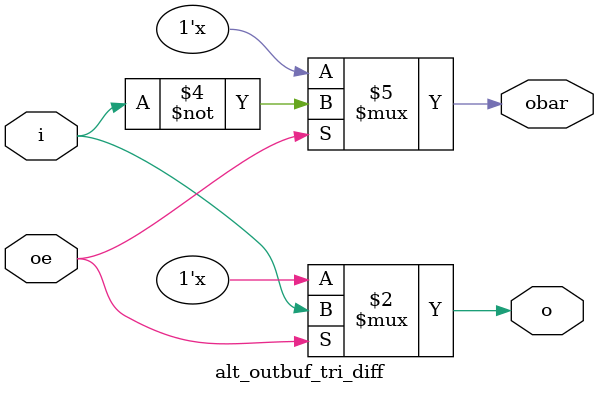
<source format=v>


module alt_outbuf_tri_diff (
// INTERFACE BEGIN
	i,
	oe,
    o,
	obar
// INTERFACE END
);

//Parameter Declaration
parameter io_standard = "none";
parameter current_strength = "none";
parameter location = "none";
parameter slow_slew_rate = "off";
parameter enable_bus_hold = "off";
parameter weak_pull_up_resistor = "off";
parameter termination = "none";

//Input Ports Declaration
input i;
input oe;

//Outout Ports Declaration
output o;
output obar;

// IMPLEMENTATION BEGIN 
assign o = (oe == 1'b1) ? i : 1'bz;
assign obar = (oe == 1'b1) ? ~i : 1'bz;


// IMPLEMENTATION END
endmodule 
// MODEL END

</source>
